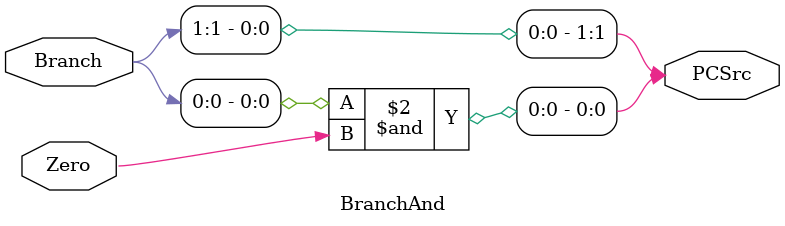
<source format=v>
`timescale 1ns / 1ps


module BranchAnd(Branch, Zero, PCSrc);
    input [1:0] Branch;
    input Zero;
    
    output reg [1:0] PCSrc;
    
    always @ (*)begin
        PCSrc = {Branch[1], Branch[0] & Zero};
    end
    
    
endmodule

</source>
